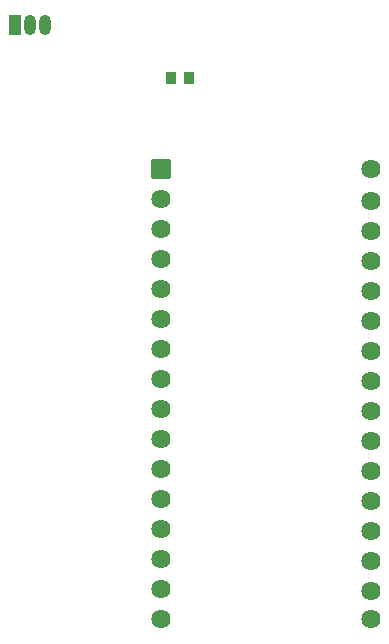
<source format=gts>
G04 Layer: TopSolderMaskLayer*
G04 EasyEDA Pro v2.1.59.0ce47373.225d47, 2024-05-24 15:24:34*
G04 Gerber Generator version 0.3*
G04 Scale: 100 percent, Rotated: No, Reflected: No*
G04 Dimensions in millimeters*
G04 Leading zeros omitted, absolute positions, 3 integers and 5 decimals*
%FSLAX35Y35*%
%MOMM*%
%AMRoundRect*1,1,$1,$2,$3*1,1,$1,$4,$5*1,1,$1,0-$2,0-$3*1,1,$1,0-$4,0-$5*20,1,$1,$2,$3,$4,$5,0*20,1,$1,$4,$5,0-$2,0-$3,0*20,1,$1,0-$2,0-$3,0-$4,0-$5,0*20,1,$1,0-$4,0-$5,$2,$3,0*4,1,4,$2,$3,$4,$5,0-$2,0-$3,0-$4,0-$5,$2,$3,0*%
%ADD10O,1.0016X1.7016*%
%ADD11RoundRect,0.09224X-0.45468X0.80468X0.45468X0.80468*%
%ADD12RoundRect,0.09138X-0.40835X0.43712X0.40835X0.43712*%
%ADD13RoundRect,0.09562X-0.76499X0.76499X0.76499X0.76499*%
%ADD14C,1.6256*%
G75*


G04 Pad Start*
G54D10*
G01X-3733800Y5956300D03*
G01X-3860800Y5956300D03*
G54D11*
G01X-3987800Y5956300D03*
G54D12*
G01X-2515464Y5511800D03*
G01X-2666136Y5511800D03*
G54D13*
G01X-2755900Y4737100D03*
G54D14*
G01X-2755900Y4483100D03*
G01X-2755900Y4229100D03*
G01X-2755900Y3975100D03*
G01X-2755900Y3721100D03*
G01X-2755900Y3467100D03*
G01X-2755900Y3213100D03*
G01X-2755900Y2956926D03*
G01X-2755900Y2705100D03*
G01X-2755900Y2451100D03*
G01X-2755900Y2197100D03*
G01X-2755900Y1943100D03*
G01X-2755900Y1689100D03*
G01X-2755900Y1181100D03*
G01X-2755900Y927100D03*
G01X-2755900Y1435100D03*
G01X-977900Y927100D03*
G01X-977900Y4470557D03*
G01X-977900Y4216557D03*
G01X-977900Y3962557D03*
G01X-977900Y3704350D03*
G01X-977900Y3454557D03*
G01X-977900Y3200557D03*
G01X-977900Y2946557D03*
G01X-977900Y2692557D03*
G01X-977900Y2438557D03*
G01X-977900Y2184557D03*
G01X-977900Y1930557D03*
G01X-977900Y1676557D03*
G01X-977900Y1422557D03*
G01X-977900Y1168557D03*
G01X-977900Y4737100D03*
G04 Pad End*

M02*

</source>
